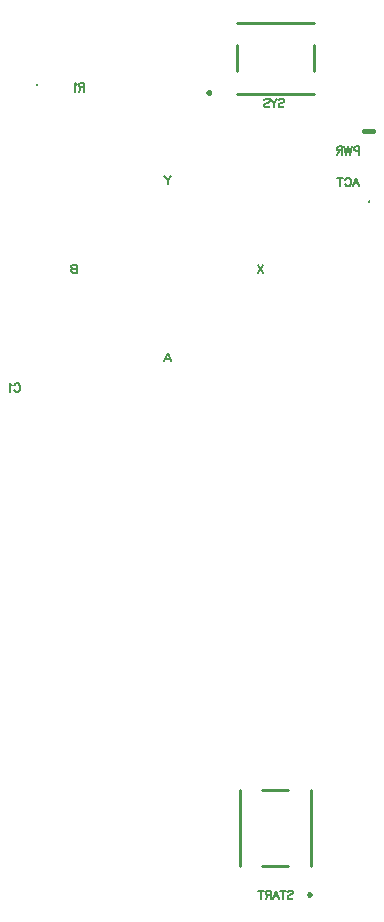
<source format=gbo>
%FSTAX23Y23*%
%MOIN*%
%SFA1B1*%

%IPPOS*%
%ADD11C,0.003900*%
%ADD15C,0.006000*%
%ADD90C,0.015700*%
%ADD118C,0.010000*%
%LNleft_board-1*%
%LPD*%
G54D11*
X02387Y04303D02*
D01*
X02387Y04303*
X02387Y04303*
X02387Y04303*
X02387Y04303*
X02387Y04303*
X02387Y04303*
X02387Y04303*
X02387Y04302*
X02387Y04302*
X02388Y04302*
X02388Y04302*
X02388Y04302*
X02388Y04302*
X02388Y04302*
X02388Y04302*
X02388Y04302*
X02388Y04302*
X02389Y04302*
X02389Y04302*
X02389Y04302*
X02389Y04302*
X02389Y04302*
X02389Y04303*
X02389Y04303*
X02389Y04303*
X0239Y04303*
X0239Y04303*
X0239Y04303*
X0239Y04303*
X0239Y04303*
X0239Y04303*
X0239Y04303*
X0239Y04304*
X0239Y04304*
X0239Y04304*
X0239Y04304*
X0239Y04304*
X0239Y04304*
X0239Y04304*
X0239Y04305*
X0239Y04305*
X0239Y04305*
X0239Y04305*
X0239Y04305*
X0239Y04305*
D01*
X0239Y04305*
X0239Y04305*
X0239Y04306*
X0239Y04306*
X02389Y04306*
X02389Y04306*
X02389Y04306*
X02389Y04306*
X02389Y04306*
X02389Y04306*
X02389Y04306*
X02389Y04306*
X02388Y04306*
X02388Y04306*
X02388Y04306*
X02388Y04306*
X02388Y04306*
X02388Y04306*
X02388Y04306*
X02388Y04306*
X02387Y04306*
X02387Y04306*
X02387Y04306*
X02387Y04306*
X02387Y04306*
X02387Y04306*
X02387Y04306*
X02387Y04305*
X02387Y04305*
X02386Y04305*
X02386Y04305*
X02386Y04305*
X02386Y04305*
X02386Y04305*
X02386Y04305*
X02386Y04304*
X02386Y04304*
X02386Y04304*
X02386Y04304*
X02386Y04304*
X02386Y04304*
X02386Y04304*
X02386Y04303*
X02386Y04303*
X02387Y04303*
X03495Y03917D02*
D01*
X03494Y03917*
X03494Y03917*
X03494Y03917*
X03494Y03917*
X03494Y03917*
X03494Y03917*
X03494Y03917*
X03494Y03916*
X03493Y03916*
X03493Y03916*
X03493Y03916*
X03493Y03916*
X03493Y03916*
X03493Y03916*
X03493Y03916*
X03493Y03916*
X03493Y03916*
X03493Y03915*
X03493Y03915*
X03493Y03915*
X03493Y03915*
X03493Y03915*
Y03915*
X03493Y03915*
X03493Y03914*
X03493Y03914*
X03493Y03914*
X03493Y03914*
X03493Y03914*
X03493Y03914*
X03493Y03914*
X03493Y03914*
X03493Y03913*
X03493Y03913*
X03493Y03913*
X03493Y03913*
X03494Y03913*
X03494Y03913*
X03494Y03913*
X03494Y03913*
X03494Y03913*
X03494Y03913*
X03494Y03913*
X03494Y03913*
X03495Y03913*
D01*
X03495Y03913*
X03495Y03913*
X03495Y03913*
X03495Y03913*
X03495Y03913*
X03495Y03913*
X03496Y03913*
X03496Y03913*
X03496Y03913*
X03496Y03913*
X03496Y03913*
X03496Y03914*
X03496Y03914*
X03496Y03914*
X03496Y03914*
X03496Y03914*
X03496Y03914*
X03497Y03914*
X03497Y03914*
X03497Y03915*
X03497Y03915*
X03497Y03915*
Y03915*
X03497Y03915*
X03497Y03915*
X03497Y03915*
X03497Y03916*
X03496Y03916*
X03496Y03916*
X03496Y03916*
X03496Y03916*
X03496Y03916*
X03496Y03916*
X03496Y03916*
X03496Y03916*
X03496Y03917*
X03496Y03917*
X03496Y03917*
X03495Y03917*
X03495Y03917*
X03495Y03917*
X03495Y03917*
X03495Y03917*
X03495Y03917*
X03495Y03917*
G54D15*
X02522Y03703D02*
Y03676D01*
Y03703D02*
X0251D01*
X02506Y03702*
X02505Y03701*
X02503Y03698*
Y03695*
X02505Y03693*
X02506Y03691*
X0251Y0369*
X02522D02*
X0251D01*
X02506Y03689*
X02505Y03687*
X02503Y03685*
Y03681*
X02505Y03678*
X02506Y03677*
X0251Y03676*
X02522*
X03143Y03702D02*
X03125Y03674D01*
Y03702D02*
X03143Y03674D01*
X02834Y03999D02*
X02824Y03986D01*
Y03971*
X02813Y03999D02*
X02824Y03986D01*
X02547Y04308D02*
Y0428D01*
Y04308D02*
X02535D01*
X02531Y04307*
X0253Y04305*
X02528Y04303*
Y043*
X0253Y04298*
X02531Y04296*
X02535Y04295*
X02547*
X02537D02*
X02528Y0428D01*
X02522Y04303D02*
X02519Y04304D01*
X02516Y04308*
Y0428*
X03224Y01612D02*
X03227Y01614D01*
X03231Y01616*
X03236*
X0324Y01614*
X03243Y01612*
Y01609*
X03242Y01607*
X0324Y01605*
X03238Y01604*
X0323Y01601*
X03227Y016*
X03226Y01599*
X03224Y01596*
Y01592*
X03227Y01589*
X03231Y01588*
X03236*
X0324Y01589*
X03243Y01592*
X03209Y01616D02*
Y01588D01*
X03218Y01616D02*
X032D01*
X03176Y01588D02*
X03186Y01616D01*
X03197Y01588*
X03193Y01597D02*
X0318D01*
X03169Y01616D02*
Y01588D01*
Y01616D02*
X03157D01*
X03153Y01614*
X03152Y01613*
X03151Y0161*
Y01608*
X03152Y01605*
X03153Y01604*
X03157Y01603*
X03169*
X0316D02*
X03151Y01588D01*
X03136Y01616D02*
Y01588D01*
X03145Y01616D02*
X03126D01*
X03194Y04251D02*
X03197Y04254D01*
X03201Y04255*
X03206*
X0321Y04254*
X03213Y04251*
Y04248*
X03211Y04246*
X0321Y04244*
X03207Y04243*
X032Y04241*
X03197Y04239*
X03196Y04238*
X03194Y04235*
Y04231*
X03197Y04229*
X03201Y04227*
X03206*
X0321Y04229*
X03213Y04231*
X03188Y04255D02*
X03178Y04242D01*
Y04227*
X03167Y04255D02*
X03178Y04242D01*
X03145Y04251D02*
X03148Y04254D01*
X03152Y04255*
X03157*
X03161Y04254*
X03164Y04251*
Y04248*
X03162Y04246*
X03161Y04244*
X03158Y04243*
X03151Y04241*
X03148Y04239*
X03147Y04238*
X03145Y04235*
Y04231*
X03148Y04229*
X03152Y04227*
X03157*
X03161Y04229*
X03164Y04231*
X02813Y03381D02*
X02824Y03408D01*
X02834Y03381*
X02831Y0339D02*
X02817D01*
X03463Y04083D02*
X03452D01*
X03448Y04084*
X03446Y04085*
X03445Y04088*
Y04092*
X03446Y04094*
X03448Y04096*
X03452Y04097*
X03463*
Y04069*
X03439Y04097D02*
X03432Y04069D01*
X03426Y04097D02*
X03432Y04069D01*
X03426Y04097D02*
X03419Y04069D01*
X03413Y04097D02*
X03419Y04069D01*
X03407Y04097D02*
Y04069D01*
Y04097D02*
X03395D01*
X03391Y04096*
X0339Y04094*
X03389Y04092*
Y04089*
X0339Y04086*
X03391Y04085*
X03395Y04084*
X03407*
X03398D02*
X03389Y04069D01*
X03442Y03965D02*
X03453Y03993D01*
X03463Y03965*
X03459Y03974D02*
X03446D01*
X03416Y03986D02*
X03418Y03989D01*
X0342Y03991*
X03423Y03993*
X03428*
X03431Y03991*
X03433Y03989*
X03435Y03986*
X03436Y03982*
Y03976*
X03435Y03972*
X03433Y03969*
X03431Y03966*
X03428Y03965*
X03423*
X0342Y03966*
X03418Y03969*
X03416Y03972*
X03399Y03993D02*
Y03965D01*
X03408Y03993D02*
X0339D01*
X02313Y03301D02*
X02315Y03303D01*
X02317Y03306*
X0232Y03307*
X02325*
X02328Y03306*
X0233Y03303*
X02332Y03301*
X02333Y03297*
Y0329*
X02332Y03286*
X0233Y03284*
X02328Y03281*
X02325Y0328*
X0232*
X02317Y03281*
X02315Y03284*
X02313Y03286*
X02306Y03302D02*
X02303Y03303D01*
X02299Y03307*
Y0328*
G54D90*
X03478Y04149D02*
X03509D01*
G54D118*
X03301Y01604D02*
D01*
X03301Y01604*
X03301Y01604*
X03301Y01604*
X03301Y01605*
X03301Y01605*
X03301Y01605*
X03301Y01606*
X033Y01606*
X033Y01606*
X033Y01606*
X033Y01607*
X033Y01607*
X03299Y01607*
X03299Y01607*
X03299Y01607*
X03299Y01607*
X03298Y01608*
X03298Y01608*
X03298Y01608*
X03297Y01608*
X03297Y01608*
X03297Y01608*
X03297*
X03296Y01608*
X03296Y01608*
X03296Y01608*
X03295Y01608*
X03295Y01608*
X03295Y01607*
X03295Y01607*
X03294Y01607*
X03294Y01607*
X03294Y01607*
X03294Y01607*
X03293Y01606*
X03293Y01606*
X03293Y01606*
X03293Y01606*
X03293Y01605*
X03293Y01605*
X03292Y01605*
X03292Y01604*
X03292Y01604*
X03292Y01604*
X03292Y01604*
X03292Y01603*
X03292Y01603*
X03292Y01603*
X03292Y01602*
X03293Y01602*
X03293Y01602*
X03293Y01601*
X03293Y01601*
X03293Y01601*
X03293Y01601*
X03294Y016*
X03294Y016*
X03294Y016*
X03294Y016*
X03295Y016*
X03295Y016*
X03295Y01599*
X03295Y01599*
X03296Y01599*
X03296Y01599*
X03296Y01599*
X03297Y01599*
X03297*
X03297Y01599*
X03297Y01599*
X03298Y01599*
X03298Y01599*
X03298Y01599*
X03299Y016*
X03299Y016*
X03299Y016*
X03299Y016*
X033Y016*
X033Y016*
X033Y01601*
X033Y01601*
X033Y01601*
X03301Y01601*
X03301Y01602*
X03301Y01602*
X03301Y01602*
X03301Y01603*
X03301Y01603*
X03301Y01603*
X03301Y01604*
X02966Y04277D02*
D01*
X02966Y04277*
X02966Y04278*
X02966Y04278*
X02966Y04278*
X02965Y04279*
X02965Y04279*
X02965Y04279*
X02965Y04279*
X02965Y0428*
X02965Y0428*
X02964Y0428*
X02964Y0428*
X02964Y04281*
X02964Y04281*
X02964Y04281*
X02963Y04281*
X02963Y04281*
X02963Y04281*
X02962Y04281*
X02962Y04281*
X02962Y04281*
X02961Y04281*
X02961*
X02961Y04281*
X02961Y04281*
X0296Y04281*
X0296Y04281*
X0296Y04281*
X02959Y04281*
X02959Y04281*
X02959Y04281*
X02959Y04281*
X02958Y0428*
X02958Y0428*
X02958Y0428*
X02958Y0428*
X02958Y04279*
X02957Y04279*
X02957Y04279*
X02957Y04279*
X02957Y04278*
X02957Y04278*
X02957Y04278*
X02957Y04277*
X02957Y04277*
X02957Y04277*
X02957Y04276*
X02957Y04276*
X02957Y04276*
X02957Y04276*
X02957Y04275*
X02957Y04275*
X02958Y04275*
X02958Y04275*
X02958Y04274*
X02958Y04274*
X02958Y04274*
X02959Y04274*
X02959Y04273*
X02959Y04273*
X02959Y04273*
X0296Y04273*
X0296Y04273*
X0296Y04273*
X02961Y04273*
X02961Y04273*
X02961Y04273*
X02961*
X02962Y04273*
X02962Y04273*
X02962Y04273*
X02963Y04273*
X02963Y04273*
X02963Y04273*
X02964Y04273*
X02964Y04273*
X02964Y04274*
X02964Y04274*
X02964Y04274*
X02965Y04274*
X02965Y04275*
X02965Y04275*
X02965Y04275*
X02965Y04275*
X02965Y04276*
X02966Y04276*
X02966Y04276*
X02966Y04276*
X02966Y04277*
X02966Y04277*
X03301Y01698D02*
Y01953D01*
X03065Y01698D02*
Y01953D01*
X0314Y01698D02*
X03227D01*
X0314Y01953D02*
X03227D01*
X03311Y04347D02*
Y04434D01*
X03055Y04347D02*
Y04434D01*
Y04509D02*
X03311D01*
X03055Y04273D02*
X03311D01*
M02*
</source>
